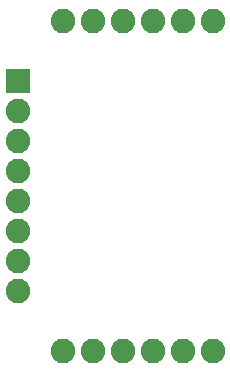
<source format=gbr>
G04 EAGLE Gerber RS-274X export*
G75*
%MOMM*%
%FSLAX34Y34*%
%LPD*%
%INSoldermask Bottom*%
%IPPOS*%
%AMOC8*
5,1,8,0,0,1.08239X$1,22.5*%
G01*
%ADD10R,2.082800X2.082800*%
%ADD11C,2.082800*%


D10*
X12700Y241300D03*
D11*
X12700Y215900D03*
X12700Y190500D03*
X12700Y165100D03*
X12700Y139700D03*
X12700Y114300D03*
X12700Y88900D03*
X12700Y63500D03*
X50800Y292100D03*
X76200Y292100D03*
X101600Y292100D03*
X127000Y292100D03*
X152400Y292100D03*
X177800Y292100D03*
X50800Y12700D03*
X76200Y12700D03*
X101600Y12700D03*
X127000Y12700D03*
X152400Y12700D03*
X177800Y12700D03*
M02*

</source>
